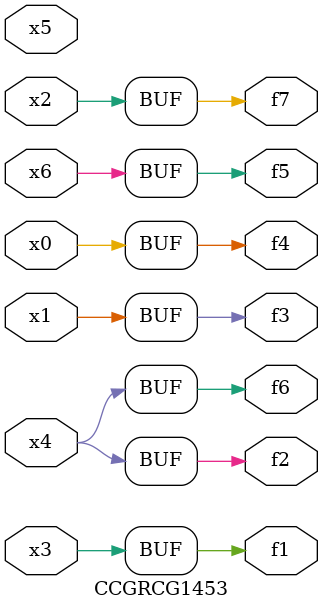
<source format=v>
module CCGRCG1453(
	input x0, x1, x2, x3, x4, x5, x6,
	output f1, f2, f3, f4, f5, f6, f7
);
	assign f1 = x3;
	assign f2 = x4;
	assign f3 = x1;
	assign f4 = x0;
	assign f5 = x6;
	assign f6 = x4;
	assign f7 = x2;
endmodule

</source>
